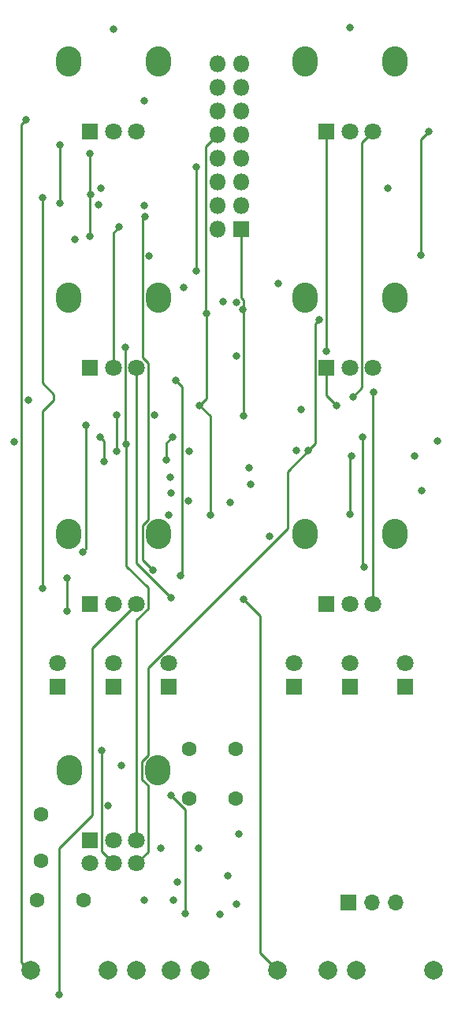
<source format=gbr>
%TF.GenerationSoftware,KiCad,Pcbnew,7.0.1*%
%TF.CreationDate,2024-09-15T16:09:11-04:00*%
%TF.ProjectId,output module,6f757470-7574-4206-9d6f-64756c652e6b,A*%
%TF.SameCoordinates,Original*%
%TF.FileFunction,Copper,L1,Top*%
%TF.FilePolarity,Positive*%
%FSLAX46Y46*%
G04 Gerber Fmt 4.6, Leading zero omitted, Abs format (unit mm)*
G04 Created by KiCad (PCBNEW 7.0.1) date 2024-09-15 16:09:11*
%MOMM*%
%LPD*%
G01*
G04 APERTURE LIST*
%TA.AperFunction,ComponentPad*%
%ADD10C,2.000000*%
%TD*%
%TA.AperFunction,ComponentPad*%
%ADD11O,2.720000X3.240000*%
%TD*%
%TA.AperFunction,ComponentPad*%
%ADD12R,1.800000X1.800000*%
%TD*%
%TA.AperFunction,ComponentPad*%
%ADD13C,1.800000*%
%TD*%
%TA.AperFunction,ComponentPad*%
%ADD14R,1.700000X1.700000*%
%TD*%
%TA.AperFunction,ComponentPad*%
%ADD15O,1.700000X1.700000*%
%TD*%
%TA.AperFunction,ComponentPad*%
%ADD16O,1.800000X1.800000*%
%TD*%
%TA.AperFunction,ComponentPad*%
%ADD17C,1.600000*%
%TD*%
%TA.AperFunction,ViaPad*%
%ADD18C,0.800000*%
%TD*%
%TA.AperFunction,Conductor*%
%ADD19C,0.250000*%
%TD*%
G04 APERTURE END LIST*
D10*
%TO.P,J3,TN*%
%TO.N,unconnected-(J3-PadTN)*%
X110191000Y-155194000D03*
%TO.P,J3,T*%
%TO.N,Net-(J3-PadT)*%
X118491000Y-155194000D03*
%TO.P,J3,S*%
%TO.N,GND*%
X107091000Y-155194000D03*
%TD*%
%TO.P,J1,TN*%
%TO.N,unconnected-(J1-PadTN)*%
X83484000Y-155194000D03*
%TO.P,J1,T*%
%TO.N,Net-(J1-PadT)*%
X75184000Y-155194000D03*
%TO.P,J1,S*%
%TO.N,GND*%
X86584000Y-155194000D03*
%TD*%
%TO.P,J2,TN*%
%TO.N,unconnected-(J2-PadTN)*%
X93394000Y-155194000D03*
%TO.P,J2,T*%
%TO.N,Net-(J2-PadT)*%
X101694000Y-155194000D03*
%TO.P,J2,S*%
%TO.N,GND*%
X90294000Y-155194000D03*
%TD*%
D11*
%TO.P,RV2,*%
%TO.N,*%
X79274000Y-82924000D03*
X88874000Y-82924000D03*
D12*
%TO.P,RV2,1,1*%
%TO.N,GND*%
X81574000Y-90424000D03*
D13*
%TO.P,RV2,2,2*%
%TO.N,Net-(R2-Pad1)*%
X84074000Y-90424000D03*
%TO.P,RV2,3,3*%
%TO.N,Net-(J2-PadT)*%
X86574000Y-90424000D03*
%TD*%
D11*
%TO.P,RV6,*%
%TO.N,*%
X104674000Y-82924000D03*
X114274000Y-82924000D03*
D12*
%TO.P,RV6,1,1*%
%TO.N,chan_2_left*%
X106974000Y-90424000D03*
D13*
%TO.P,RV6,2,2*%
%TO.N,GND*%
X109474000Y-90424000D03*
%TO.P,RV6,3,3*%
%TO.N,chan_2_right*%
X111974000Y-90424000D03*
%TD*%
D12*
%TO.P,D14,1,K*%
%TO.N,GND*%
X78105000Y-124714000D03*
D13*
%TO.P,D14,2,A*%
%TO.N,Net-(D14-A)*%
X78105000Y-122174000D03*
%TD*%
D11*
%TO.P,RV1,*%
%TO.N,*%
X79274000Y-57524000D03*
X88874000Y-57524000D03*
D12*
%TO.P,RV1,1,1*%
%TO.N,GND*%
X81574000Y-65024000D03*
D13*
%TO.P,RV1,2,2*%
%TO.N,Net-(R1-Pad1)*%
X84074000Y-65024000D03*
%TO.P,RV1,3,3*%
%TO.N,Net-(J1-PadT)*%
X86574000Y-65024000D03*
%TD*%
D12*
%TO.P,D13,1,K*%
%TO.N,GND*%
X84074000Y-124714000D03*
D13*
%TO.P,D13,2,A*%
%TO.N,Net-(D13-A)*%
X84074000Y-122174000D03*
%TD*%
D11*
%TO.P,RV5,*%
%TO.N,*%
X104674000Y-57524000D03*
X114274000Y-57524000D03*
D12*
%TO.P,RV5,1,1*%
%TO.N,chan_1_left*%
X106974000Y-65024000D03*
D13*
%TO.P,RV5,2,2*%
%TO.N,GND*%
X109474000Y-65024000D03*
%TO.P,RV5,3,3*%
%TO.N,chan_1_right*%
X111974000Y-65024000D03*
%TD*%
D11*
%TO.P,RV7,*%
%TO.N,*%
X104674000Y-108324000D03*
X114274000Y-108324000D03*
D12*
%TO.P,RV7,1,1*%
%TO.N,chan_3_left*%
X106974000Y-115824000D03*
D13*
%TO.P,RV7,2,2*%
%TO.N,GND*%
X109474000Y-115824000D03*
%TO.P,RV7,3,3*%
%TO.N,chan_3_right*%
X111974000Y-115824000D03*
%TD*%
D11*
%TO.P,RV3,*%
%TO.N,*%
X79274000Y-108324000D03*
X88874000Y-108324000D03*
D12*
%TO.P,RV3,1,1*%
%TO.N,GND*%
X81574000Y-115824000D03*
D13*
%TO.P,RV3,2,2*%
%TO.N,Net-(R3-Pad1)*%
X84074000Y-115824000D03*
%TO.P,RV3,3,3*%
%TO.N,Net-(J3-PadT)*%
X86574000Y-115824000D03*
%TD*%
D11*
%TO.P,RV4,*%
%TO.N,*%
X79324000Y-133724000D03*
X88824000Y-133724000D03*
D12*
%TO.P,RV4,1,1*%
%TO.N,GND*%
X81574000Y-141224000D03*
D13*
%TO.P,RV4,2,2*%
%TO.N,Net-(C4-Pad1)*%
X84074000Y-141224000D03*
%TO.P,RV4,3,3*%
%TO.N,left_mix*%
X86574000Y-141224000D03*
%TO.P,RV4,4,4*%
%TO.N,GND*%
X81574000Y-143724000D03*
%TO.P,RV4,5,5*%
%TO.N,Net-(C6-Pad1)*%
X84074000Y-143724000D03*
%TO.P,RV4,6,6*%
%TO.N,right_mix*%
X86574000Y-143724000D03*
%TD*%
D12*
%TO.P,D5,1,K*%
%TO.N,GND*%
X103505000Y-124714000D03*
D13*
%TO.P,D5,2,A*%
%TO.N,Net-(D5-A)*%
X103505000Y-122174000D03*
%TD*%
D12*
%TO.P,D12,1,K*%
%TO.N,GND*%
X90043000Y-124714000D03*
D13*
%TO.P,D12,2,A*%
%TO.N,Net-(D12-A)*%
X90043000Y-122174000D03*
%TD*%
D12*
%TO.P,D7,1,K*%
%TO.N,GND*%
X115443000Y-124714000D03*
D13*
%TO.P,D7,2,A*%
%TO.N,Net-(D7-A)*%
X115443000Y-122174000D03*
%TD*%
D12*
%TO.P,D6,1,K*%
%TO.N,GND*%
X109474000Y-124714000D03*
D13*
%TO.P,D6,2,A*%
%TO.N,Net-(D6-A)*%
X109474000Y-122174000D03*
%TD*%
D14*
%TO.P,J4,1,Pin_1*%
%TO.N,left_out*%
X109362000Y-147955000D03*
D15*
%TO.P,J4,2,Pin_2*%
%TO.N,right_out*%
X111902000Y-147955000D03*
%TO.P,J4,3,Pin_3*%
%TO.N,GND*%
X114442000Y-147955000D03*
%TD*%
D12*
%TO.P,J6,1,-12V*%
%TO.N,-12V*%
X97790000Y-75565000D03*
D16*
%TO.P,J6,2,-12V*%
X95250000Y-75565000D03*
%TO.P,J6,3,gnd*%
%TO.N,GND*%
X97790000Y-73025000D03*
%TO.P,J6,4,gnd*%
X95250000Y-73025000D03*
%TO.P,J6,5,gnd*%
X97790000Y-70485000D03*
%TO.P,J6,6,gnd*%
X95250000Y-70485000D03*
%TO.P,J6,7,gnd*%
X97790000Y-67945000D03*
%TO.P,J6,8,gnd*%
X95250000Y-67945000D03*
%TO.P,J6,9,+12V*%
%TO.N,+12V*%
X97790000Y-65405000D03*
%TO.P,J6,10,+12V*%
X95250000Y-65405000D03*
%TO.P,J6,11,+5V*%
%TO.N,+5V*%
X97790000Y-62865000D03*
%TO.P,J6,12,+5V*%
X95250000Y-62865000D03*
%TO.P,J6,13,cv*%
%TO.N,unconnected-(J6-cv-Pad13)*%
X97790000Y-60325000D03*
%TO.P,J6,14,cv*%
%TO.N,unconnected-(J6-cv-Pad14)*%
X95252858Y-60325000D03*
%TO.P,J6,15,gate*%
%TO.N,unconnected-(J6-gate-Pad15)*%
X97790000Y-57785000D03*
%TO.P,J6,16,gate*%
%TO.N,unconnected-(J6-gate-Pad16)*%
X95250000Y-57785000D03*
%TD*%
D17*
%TO.P,C6,1*%
%TO.N,Net-(C6-Pad1)*%
X92242000Y-131445000D03*
%TO.P,C6,2*%
%TO.N,Net-(U2-INR+)*%
X97242000Y-131445000D03*
%TD*%
%TO.P,C7,1*%
%TO.N,GND*%
X92242000Y-136779000D03*
%TO.P,C7,2*%
%TO.N,Net-(U2-INR-)*%
X97242000Y-136779000D03*
%TD*%
%TO.P,C5,1*%
%TO.N,GND*%
X76327000Y-138470000D03*
%TO.P,C5,2*%
%TO.N,Net-(U2-INL-)*%
X76327000Y-143470000D03*
%TD*%
%TO.P,C4,1*%
%TO.N,Net-(C4-Pad1)*%
X75859000Y-147701000D03*
%TO.P,C4,2*%
%TO.N,Net-(U2-INL+)*%
X80859000Y-147701000D03*
%TD*%
D18*
%TO.N,chan_1_right*%
X109791500Y-93535500D03*
%TO.N,+5V*%
X96393000Y-145034000D03*
%TO.N,GND*%
X97536000Y-140589000D03*
%TO.N,SHDN*%
X90297000Y-136398000D03*
X91821000Y-149098000D03*
%TO.N,+5V*%
X95504000Y-149225000D03*
X90487500Y-147637500D03*
%TO.N,GND*%
X87376000Y-147701000D03*
X90907022Y-145702500D03*
X97282000Y-148082000D03*
X93218000Y-142113000D03*
X89154000Y-142113000D03*
%TO.N,Net-(J3-PadT)*%
X78232000Y-157861000D03*
%TO.N,Net-(J2-PadT)*%
X90297000Y-115189000D03*
X98044000Y-115316000D03*
%TO.N,Net-(J1-PadT)*%
X74676000Y-63754000D03*
%TO.N,Net-(C6-Pad1)*%
X82804000Y-131572000D03*
%TO.N,GND*%
X83528500Y-137531306D03*
%TO.N,+5V*%
X84963000Y-133223000D03*
%TO.N,chan_3_left*%
X91313000Y-112776000D03*
X90805000Y-91821000D03*
%TO.N,GND*%
X97282000Y-89154000D03*
%TO.N,Net-(D10-K)*%
X79121000Y-116586000D03*
X79121000Y-113030000D03*
%TO.N,chan_3*%
X88332799Y-112200201D03*
X87503000Y-74168000D03*
%TO.N,left_mix*%
X85471000Y-98679000D03*
X85344000Y-88265000D03*
%TO.N,chan_2_left*%
X108077000Y-94488000D03*
%TO.N,chan_1_left*%
X106934000Y-88646000D03*
%TO.N,GND*%
X104214783Y-94958500D03*
%TO.N,right_mix*%
X105029000Y-99314000D03*
X106229506Y-85232191D03*
%TO.N,chan_3_right*%
X112014000Y-93091000D03*
%TO.N,Net-(D3-A)*%
X110998000Y-111887000D03*
X110871000Y-97917000D03*
%TO.N,GND*%
X100893577Y-108566412D03*
%TO.N,+12V*%
X109474000Y-106172000D03*
X109691088Y-99911500D03*
%TO.N,GND*%
X117221000Y-103632000D03*
X118872000Y-98298000D03*
%TO.N,Net-(D10-A)*%
X81153000Y-96647000D03*
X80772000Y-110236000D03*
%TO.N,left_peak*%
X82677000Y-97917000D03*
X83058000Y-100472000D03*
%TO.N,+5V*%
X96647000Y-104902000D03*
%TO.N,GND*%
X90043000Y-106299000D03*
X90297000Y-103886000D03*
X90170000Y-102235000D03*
X92202000Y-99441000D03*
X73459500Y-98368452D03*
X74908500Y-93912201D03*
X88523500Y-95504000D03*
%TO.N,Net-(D8-A)*%
X90406000Y-97872000D03*
X89789000Y-100330000D03*
%TO.N,+12V*%
X84455001Y-99371502D03*
X84455000Y-95504000D03*
%TO.N,Net-(R2-Pad1)*%
X84709000Y-75311000D03*
%TO.N,chan_1*%
X117983000Y-65024000D03*
X117094000Y-78359000D03*
%TO.N,chan_2*%
X92964000Y-80010000D03*
X92964000Y-68834000D03*
%TO.N,+12V*%
X94488000Y-106299000D03*
X93345000Y-94488000D03*
X94099520Y-84589480D03*
%TO.N,-12V*%
X97994498Y-84201000D03*
X98044000Y-95631000D03*
%TO.N,GND*%
X98806000Y-102997000D03*
X98679000Y-101219000D03*
X103759000Y-99314000D03*
X91643200Y-81762600D03*
X101752400Y-81407000D03*
X95820998Y-83344360D03*
X97280277Y-83394841D03*
X82448400Y-72872600D03*
X79959200Y-76631800D03*
X87913500Y-78394689D03*
X87426800Y-73025000D03*
X82702400Y-71094600D03*
%TO.N,+12V*%
X81613791Y-71827912D03*
X81584800Y-76276200D03*
X81584800Y-67437000D03*
%TO.N,+5V*%
X92160525Y-104715466D03*
X116460207Y-99925327D03*
X87376000Y-61696600D03*
%TO.N,Net-(R3-Pad1)*%
X76454000Y-114173000D03*
X76454000Y-72110600D03*
%TO.N,Net-(R1-Pad1)*%
X78333600Y-72720200D03*
X78333600Y-66471800D03*
%TO.N,GND*%
X113563400Y-71170800D03*
X109474000Y-53873400D03*
X84074000Y-54025800D03*
%TD*%
D19*
%TO.N,right_mix*%
X102761975Y-101581025D02*
X105029000Y-99314000D01*
X87139000Y-132766050D02*
X87799000Y-132106050D01*
X87139000Y-134681950D02*
X87139000Y-132766050D01*
X87799000Y-135341950D02*
X87139000Y-134681950D01*
X87799000Y-122685588D02*
X102761975Y-107722613D01*
X102761975Y-107722613D02*
X102761975Y-101581025D01*
X87799000Y-142499000D02*
X87799000Y-135341950D01*
X87799000Y-132106050D02*
X87799000Y-122685588D01*
X86574000Y-143724000D02*
X87799000Y-142499000D01*
%TO.N,chan_1_right*%
X110749000Y-92578000D02*
X109791500Y-93535500D01*
X110749000Y-66249000D02*
X110749000Y-92578000D01*
X111974000Y-65024000D02*
X110749000Y-66249000D01*
%TO.N,chan_2_left*%
X106974000Y-93385000D02*
X108077000Y-94488000D01*
X106974000Y-90424000D02*
X106974000Y-93385000D01*
%TO.N,Net-(J1-PadT)*%
X75057000Y-155194000D02*
X75184000Y-155194000D01*
X74184000Y-154321000D02*
X75057000Y-155194000D01*
%TO.N,Net-(J2-PadT)*%
X99822000Y-153322000D02*
X101694000Y-155194000D01*
X99822000Y-117094000D02*
X99822000Y-153322000D01*
%TO.N,SHDN*%
X91821000Y-137948991D02*
X90297000Y-136424991D01*
X91821000Y-149098000D02*
X91821000Y-137948991D01*
X90297000Y-136424991D02*
X90297000Y-136398000D01*
%TO.N,Net-(J2-PadT)*%
X99822000Y-117094000D02*
X98044000Y-115316000D01*
%TO.N,Net-(J3-PadT)*%
X78229000Y-157858000D02*
X78232000Y-157861000D01*
X78229000Y-142119000D02*
X78229000Y-157858000D01*
X81788000Y-138560000D02*
X78229000Y-142119000D01*
X81788000Y-127254000D02*
X81788000Y-138560000D01*
X81788000Y-120610000D02*
X81788000Y-127254000D01*
X86574000Y-115824000D02*
X81788000Y-120610000D01*
%TO.N,Net-(J2-PadT)*%
X86574000Y-111466000D02*
X86574000Y-90424000D01*
%TO.N,chan_3*%
X87189000Y-111056402D02*
X88332799Y-112200201D01*
X87189000Y-107366050D02*
X87189000Y-111056402D01*
X87799000Y-106756050D02*
X87189000Y-107366050D01*
X87799000Y-89916588D02*
X87799000Y-106756050D01*
X87189000Y-89306588D02*
X87799000Y-89916588D01*
X87189000Y-74482000D02*
X87189000Y-89306588D01*
X87503000Y-74168000D02*
X87189000Y-74482000D01*
%TO.N,Net-(J2-PadT)*%
X90297000Y-115189000D02*
X86574000Y-111466000D01*
%TO.N,Net-(J1-PadT)*%
X74184000Y-64246000D02*
X74676000Y-63754000D01*
%TO.N,Net-(R3-Pad1)*%
X77665501Y-93912189D02*
X76454000Y-95123690D01*
X77665501Y-93285811D02*
X77665501Y-93912189D01*
X76454000Y-72110600D02*
X76454000Y-92074310D01*
X76454000Y-92074310D02*
X77665501Y-93285811D01*
%TO.N,Net-(J1-PadT)*%
X74184000Y-154321000D02*
X74184000Y-64246000D01*
%TO.N,Net-(R3-Pad1)*%
X76454000Y-95123690D02*
X76454000Y-114173000D01*
%TO.N,Net-(C6-Pad1)*%
X82804000Y-142454000D02*
X82804000Y-131572000D01*
X84074000Y-143724000D02*
X82804000Y-142454000D01*
%TO.N,+12V*%
X84455000Y-99371501D02*
X84455001Y-99371502D01*
X84455000Y-95504000D02*
X84455000Y-99371501D01*
%TO.N,left_mix*%
X85471000Y-111760000D02*
X85471000Y-98679000D01*
X87799000Y-114088000D02*
X85471000Y-111760000D01*
X87799000Y-116331412D02*
X87799000Y-114088000D01*
X86574000Y-117556412D02*
X87799000Y-116331412D01*
X86574000Y-141224000D02*
X86574000Y-117556412D01*
%TO.N,chan_3_left*%
X91435525Y-112653475D02*
X91313000Y-112776000D01*
X90805000Y-91821000D02*
X91435525Y-92451525D01*
X91435525Y-92451525D02*
X91435525Y-112653475D01*
%TO.N,Net-(D10-K)*%
X79121000Y-113030000D02*
X79121000Y-116586000D01*
%TO.N,left_mix*%
X85344000Y-98552000D02*
X85471000Y-98679000D01*
X85344000Y-88265000D02*
X85344000Y-98552000D01*
%TO.N,chan_1_left*%
X106954006Y-88625994D02*
X106934000Y-88646000D01*
X106954006Y-65043994D02*
X106954006Y-88625994D01*
X106974000Y-65024000D02*
X106954006Y-65043994D01*
%TO.N,right_mix*%
X105029000Y-99314000D02*
X105749000Y-98594000D01*
X105749000Y-98594000D02*
X105749000Y-85712697D01*
X105749000Y-85712697D02*
X106229506Y-85232191D01*
%TO.N,chan_3_right*%
X111974000Y-93131000D02*
X112014000Y-93091000D01*
X111974000Y-115824000D02*
X111974000Y-93131000D01*
%TO.N,Net-(D3-A)*%
X110871000Y-97917000D02*
X110871000Y-111760000D01*
X110871000Y-111760000D02*
X110998000Y-111887000D01*
%TO.N,+12V*%
X109474000Y-100128588D02*
X109691088Y-99911500D01*
X109474000Y-106172000D02*
X109474000Y-100128588D01*
%TO.N,Net-(D10-A)*%
X81153000Y-109855000D02*
X80772000Y-110236000D01*
X81153000Y-96647000D02*
X81153000Y-109855000D01*
%TO.N,left_peak*%
X83058000Y-98298000D02*
X82677000Y-97917000D01*
X83058000Y-100472000D02*
X83058000Y-98298000D01*
%TO.N,Net-(D8-A)*%
X89789000Y-98489000D02*
X90406000Y-97872000D01*
X89789000Y-100330000D02*
X89789000Y-98489000D01*
%TO.N,Net-(R2-Pad1)*%
X84074000Y-75946000D02*
X84709000Y-75311000D01*
X84074000Y-90424000D02*
X84074000Y-75946000D01*
%TO.N,chan_1*%
X117094000Y-65913000D02*
X117983000Y-65024000D01*
X117094000Y-78359000D02*
X117094000Y-65913000D01*
%TO.N,chan_2*%
X92964000Y-68834000D02*
X92964000Y-80010000D01*
%TO.N,-12V*%
X98044000Y-83133966D02*
X98044000Y-95631000D01*
X97790000Y-75565000D02*
X97790000Y-82879966D01*
X97790000Y-82879966D02*
X98044000Y-83133966D01*
%TO.N,+12V*%
X94488000Y-95631000D02*
X94488000Y-106299000D01*
X93345000Y-94488000D02*
X94488000Y-95631000D01*
X94099520Y-93733480D02*
X93345000Y-94488000D01*
X94099520Y-84589480D02*
X94099520Y-93733480D01*
X94025000Y-84514960D02*
X94099520Y-84589480D01*
X95250000Y-65405000D02*
X94025000Y-66630000D01*
X94025000Y-66630000D02*
X94025000Y-84514960D01*
X81584800Y-67437000D02*
X81584800Y-71798921D01*
X81584800Y-71856903D02*
X81613791Y-71827912D01*
X81584800Y-76276200D02*
X81584800Y-71856903D01*
X81584800Y-71798921D02*
X81613791Y-71827912D01*
%TO.N,Net-(R1-Pad1)*%
X78333600Y-66624200D02*
X78333600Y-66471800D01*
X78333600Y-72720200D02*
X78333600Y-66624200D01*
%TD*%
M02*

</source>
